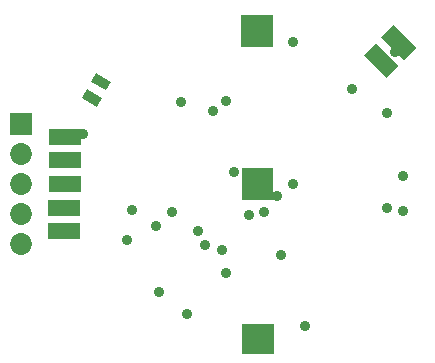
<source format=gbr>
G04 EAGLE Gerber RS-274X export*
G75*
%MOMM*%
%FSLAX34Y34*%
%LPD*%
%INSoldermask Bottom*%
%IPPOS*%
%AMOC8*
5,1,8,0,0,1.08239X$1,22.5*%
G01*
%ADD10R,1.473200X0.838200*%
%ADD11R,2.743200X1.473200*%
%ADD12R,1.473200X2.743200*%
%ADD13R,1.853200X1.853200*%
%ADD14C,1.853200*%
%ADD15C,0.909600*%


D10*
G36*
X372062Y489339D02*
X359305Y496704D01*
X363496Y503963D01*
X376253Y496598D01*
X372062Y489339D01*
G37*
G36*
X364062Y475482D02*
X351305Y482847D01*
X355496Y490106D01*
X368253Y482741D01*
X364062Y475482D01*
G37*
D11*
X336614Y449831D03*
D12*
G36*
X604784Y534414D02*
X615201Y544831D01*
X634598Y525434D01*
X624181Y515017D01*
X604784Y534414D01*
G37*
G36*
X589726Y518790D02*
X600143Y529207D01*
X619540Y509810D01*
X609123Y499393D01*
X589726Y518790D01*
G37*
D11*
X336500Y389900D03*
X336600Y429900D03*
X336700Y409900D03*
D12*
X493700Y410000D03*
D11*
X336200Y370200D03*
X500100Y284600D03*
D12*
X506300Y409800D03*
D11*
X499800Y533100D03*
X500100Y273100D03*
X499800Y545900D03*
D13*
X300000Y460800D03*
D14*
X300000Y435400D03*
X300000Y410000D03*
X300000Y384600D03*
X300000Y359200D03*
D15*
X616300Y521600D03*
X352300Y451900D03*
X516300Y399400D03*
X505600Y386200D03*
X480000Y420000D03*
X440000Y300000D03*
X416900Y318800D03*
X580000Y490000D03*
X435400Y479500D03*
X413900Y374200D03*
X450000Y370000D03*
X610000Y390000D03*
X462500Y471900D03*
X473000Y480000D03*
X623300Y387500D03*
X427600Y386000D03*
X389800Y362900D03*
X610000Y470000D03*
X540000Y290000D03*
X520000Y350000D03*
X623100Y416400D03*
X530000Y530000D03*
X530000Y410000D03*
X492600Y383900D03*
X455400Y358600D03*
X469800Y354000D03*
X473700Y334500D03*
X393500Y387900D03*
M02*

</source>
